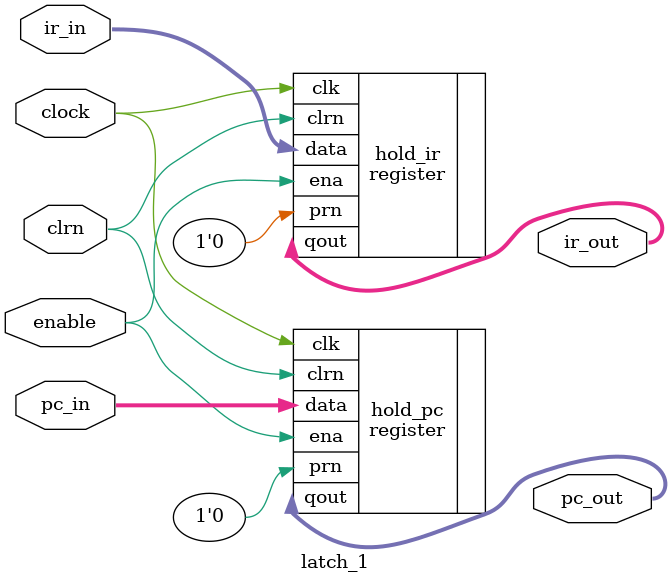
<source format=v>
module latch_1(pc_in,ir_in, ir_out, clock, clrn,pc_out, enable);
	input [31:0] ir_in,pc_in; 
	output[31:0] ir_out,pc_out;
	input clock,clrn, enable; 
	register hold_ir(.data(ir_in), .clk(clock), .clrn(clrn), .prn(1'b0), .ena(enable), .qout(ir_out)); 
	register hold_pc(.data(pc_in), .clk(clock), .clrn(clrn), .prn(1'b0), .ena(enable), .qout(pc_out)); 

		
endmodule
</source>
